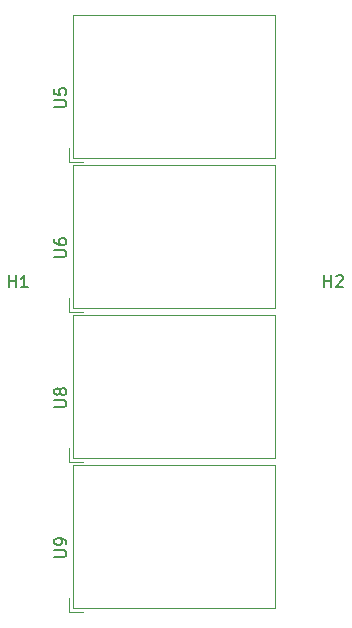
<source format=gbr>
%TF.GenerationSoftware,KiCad,Pcbnew,5.1.9-73d0e3b20d~88~ubuntu20.04.1*%
%TF.CreationDate,2021-03-05T17:28:59-06:00*%
%TF.ProjectId,portalgun-display,706f7274-616c-4677-956e-2d646973706c,rev?*%
%TF.SameCoordinates,Original*%
%TF.FileFunction,Legend,Top*%
%TF.FilePolarity,Positive*%
%FSLAX46Y46*%
G04 Gerber Fmt 4.6, Leading zero omitted, Abs format (unit mm)*
G04 Created by KiCad (PCBNEW 5.1.9-73d0e3b20d~88~ubuntu20.04.1) date 2021-03-05 17:28:59*
%MOMM*%
%LPD*%
G01*
G04 APERTURE LIST*
%ADD10C,0.120000*%
%ADD11C,0.150000*%
G04 APERTURE END LIST*
D10*
%TO.C,U6*%
X119268000Y-101482000D02*
X119268000Y-100282000D01*
X120468000Y-101482000D02*
X119268000Y-101482000D01*
X119634000Y-89027000D02*
X119628000Y-101122000D01*
X119628000Y-101122000D02*
X136779000Y-101122000D01*
X136779000Y-101122000D02*
X136779000Y-89027000D01*
X136779000Y-89027000D02*
X119628000Y-89027000D01*
%TO.C,U8*%
X119268000Y-114182000D02*
X119268000Y-112982000D01*
X120468000Y-114182000D02*
X119268000Y-114182000D01*
X119634000Y-101727000D02*
X119628000Y-113822000D01*
X119628000Y-113822000D02*
X136779000Y-113822000D01*
X136779000Y-113822000D02*
X136779000Y-101727000D01*
X136779000Y-101727000D02*
X119628000Y-101727000D01*
%TO.C,U9*%
X119268000Y-126882000D02*
X119268000Y-125682000D01*
X120468000Y-126882000D02*
X119268000Y-126882000D01*
X119634000Y-114427000D02*
X119628000Y-126522000D01*
X119628000Y-126522000D02*
X136779000Y-126522000D01*
X136779000Y-126522000D02*
X136779000Y-114427000D01*
X136779000Y-114427000D02*
X119628000Y-114427000D01*
%TO.C,U5*%
X119268000Y-88782000D02*
X119268000Y-87582000D01*
X120468000Y-88782000D02*
X119268000Y-88782000D01*
X119634000Y-76327000D02*
X119628000Y-88422000D01*
X119628000Y-88422000D02*
X136779000Y-88422000D01*
X136779000Y-88422000D02*
X136779000Y-76327000D01*
X136779000Y-76327000D02*
X119628000Y-76327000D01*
%TO.C,H2*%
D11*
X140912795Y-99341380D02*
X140912795Y-98341380D01*
X140912795Y-98817571D02*
X141484223Y-98817571D01*
X141484223Y-99341380D02*
X141484223Y-98341380D01*
X141912795Y-98436619D02*
X141960414Y-98389000D01*
X142055652Y-98341380D01*
X142293747Y-98341380D01*
X142388985Y-98389000D01*
X142436604Y-98436619D01*
X142484223Y-98531857D01*
X142484223Y-98627095D01*
X142436604Y-98769952D01*
X141865176Y-99341380D01*
X142484223Y-99341380D01*
%TO.C,H1*%
X114242795Y-99341380D02*
X114242795Y-98341380D01*
X114242795Y-98817571D02*
X114814223Y-98817571D01*
X114814223Y-99341380D02*
X114814223Y-98341380D01*
X115814223Y-99341380D02*
X115242795Y-99341380D01*
X115528509Y-99341380D02*
X115528509Y-98341380D01*
X115433271Y-98484238D01*
X115338033Y-98579476D01*
X115242795Y-98627095D01*
%TO.C,U6*%
X118070380Y-96773904D02*
X118879904Y-96773904D01*
X118975142Y-96726285D01*
X119022761Y-96678666D01*
X119070380Y-96583428D01*
X119070380Y-96392952D01*
X119022761Y-96297714D01*
X118975142Y-96250095D01*
X118879904Y-96202476D01*
X118070380Y-96202476D01*
X118070380Y-95297714D02*
X118070380Y-95488190D01*
X118118000Y-95583428D01*
X118165619Y-95631047D01*
X118308476Y-95726285D01*
X118498952Y-95773904D01*
X118879904Y-95773904D01*
X118975142Y-95726285D01*
X119022761Y-95678666D01*
X119070380Y-95583428D01*
X119070380Y-95392952D01*
X119022761Y-95297714D01*
X118975142Y-95250095D01*
X118879904Y-95202476D01*
X118641809Y-95202476D01*
X118546571Y-95250095D01*
X118498952Y-95297714D01*
X118451333Y-95392952D01*
X118451333Y-95583428D01*
X118498952Y-95678666D01*
X118546571Y-95726285D01*
X118641809Y-95773904D01*
%TO.C,U8*%
X118070380Y-109473904D02*
X118879904Y-109473904D01*
X118975142Y-109426285D01*
X119022761Y-109378666D01*
X119070380Y-109283428D01*
X119070380Y-109092952D01*
X119022761Y-108997714D01*
X118975142Y-108950095D01*
X118879904Y-108902476D01*
X118070380Y-108902476D01*
X118498952Y-108283428D02*
X118451333Y-108378666D01*
X118403714Y-108426285D01*
X118308476Y-108473904D01*
X118260857Y-108473904D01*
X118165619Y-108426285D01*
X118118000Y-108378666D01*
X118070380Y-108283428D01*
X118070380Y-108092952D01*
X118118000Y-107997714D01*
X118165619Y-107950095D01*
X118260857Y-107902476D01*
X118308476Y-107902476D01*
X118403714Y-107950095D01*
X118451333Y-107997714D01*
X118498952Y-108092952D01*
X118498952Y-108283428D01*
X118546571Y-108378666D01*
X118594190Y-108426285D01*
X118689428Y-108473904D01*
X118879904Y-108473904D01*
X118975142Y-108426285D01*
X119022761Y-108378666D01*
X119070380Y-108283428D01*
X119070380Y-108092952D01*
X119022761Y-107997714D01*
X118975142Y-107950095D01*
X118879904Y-107902476D01*
X118689428Y-107902476D01*
X118594190Y-107950095D01*
X118546571Y-107997714D01*
X118498952Y-108092952D01*
%TO.C,U9*%
X118070380Y-122173904D02*
X118879904Y-122173904D01*
X118975142Y-122126285D01*
X119022761Y-122078666D01*
X119070380Y-121983428D01*
X119070380Y-121792952D01*
X119022761Y-121697714D01*
X118975142Y-121650095D01*
X118879904Y-121602476D01*
X118070380Y-121602476D01*
X119070380Y-121078666D02*
X119070380Y-120888190D01*
X119022761Y-120792952D01*
X118975142Y-120745333D01*
X118832285Y-120650095D01*
X118641809Y-120602476D01*
X118260857Y-120602476D01*
X118165619Y-120650095D01*
X118118000Y-120697714D01*
X118070380Y-120792952D01*
X118070380Y-120983428D01*
X118118000Y-121078666D01*
X118165619Y-121126285D01*
X118260857Y-121173904D01*
X118498952Y-121173904D01*
X118594190Y-121126285D01*
X118641809Y-121078666D01*
X118689428Y-120983428D01*
X118689428Y-120792952D01*
X118641809Y-120697714D01*
X118594190Y-120650095D01*
X118498952Y-120602476D01*
%TO.C,U5*%
X118070380Y-84073904D02*
X118879904Y-84073904D01*
X118975142Y-84026285D01*
X119022761Y-83978666D01*
X119070380Y-83883428D01*
X119070380Y-83692952D01*
X119022761Y-83597714D01*
X118975142Y-83550095D01*
X118879904Y-83502476D01*
X118070380Y-83502476D01*
X118070380Y-82550095D02*
X118070380Y-83026285D01*
X118546571Y-83073904D01*
X118498952Y-83026285D01*
X118451333Y-82931047D01*
X118451333Y-82692952D01*
X118498952Y-82597714D01*
X118546571Y-82550095D01*
X118641809Y-82502476D01*
X118879904Y-82502476D01*
X118975142Y-82550095D01*
X119022761Y-82597714D01*
X119070380Y-82692952D01*
X119070380Y-82931047D01*
X119022761Y-83026285D01*
X118975142Y-83073904D01*
%TD*%
M02*

</source>
